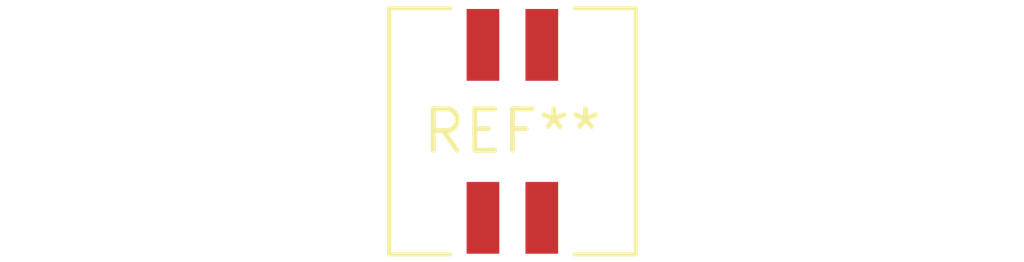
<source format=kicad_pcb>
(kicad_pcb (version 20240108) (generator pcbnew)
  (layers (0 "F.Cu" signal) (31 "B.Cu" signal) (34 "B.Paste" user) (35 "F.Paste" user) (36 "B.SilkS" user "B.Silkscreen") (37 "F.SilkS" user "F.Silkscreen") (38 "B.Mask" user) (39 "F.Mask" user) (44 "Edge.Cuts" user))
  (net 0 "")
  (footprint "L_Wuerth_WE-DD-Typ-M-Typ-S" (layer "F.Cu") (at 0 0)
    (property "Reference" "REF**")
    (property "Value" "L_Wuerth_WE-DD-Typ-M-Typ-S")
    (fp_line (start -3.77 -3.77) (end -1.9 -3.77) (layer "F.SilkS") (stroke (width 0.12)))
    (fp_line (start -3.77 3.77) (end -3.77 -3.77) (layer "F.SilkS") (stroke (width 0.12)))
    (fp_line (start -1.9 3.77) (end -3.77 3.77) (layer "F.SilkS") (stroke (width 0.12)))
    (fp_line (start 1.9 -3.77) (end 3.77 -3.77) (layer "F.SilkS") (stroke (width 0.12)))
    (fp_line (start 3.77 -3.77) (end 3.77 3.77) (layer "F.SilkS") (stroke (width 0.12)))
    (fp_line (start 3.77 3.77) (end 1.9 3.77) (layer "F.SilkS") (stroke (width 0.12)))
    (pad "1" smd rect (at -0.9 2.65) (size 1 2.2) (layers "F.Cu" "F.Paste" "F.Mask"))
    (pad "2" smd rect (at -0.9 -2.65) (size 1 2.2) (layers "F.Cu" "F.Paste" "F.Mask"))
    (pad "3" smd rect (at 0.9 -2.65) (size 1 2.2) (layers "F.Cu" "F.Paste" "F.Mask"))
    (pad "4" smd rect (at 0.9 2.65) (size 1 2.2) (layers "F.Cu" "F.Paste" "F.Mask"))
  )
)
</source>
